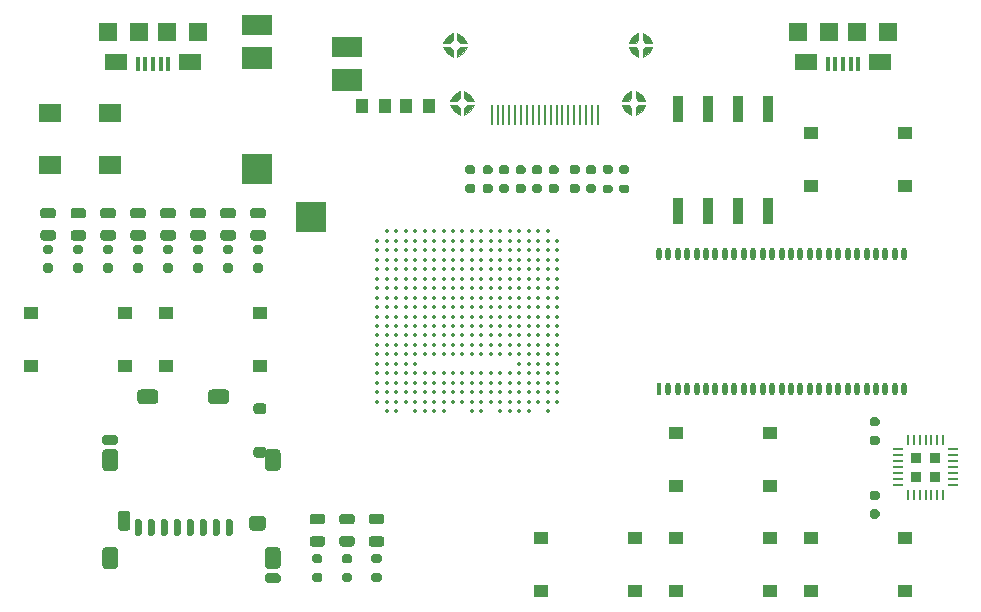
<source format=gtp>
G04 #@! TF.GenerationSoftware,KiCad,Pcbnew,5.1.9+dfsg1-1*
G04 #@! TF.CreationDate,2021-05-23T23:56:54+02:00*
G04 #@! TF.ProjectId,ulx3s,756c7833-732e-46b6-9963-61645f706362,v3.1.1*
G04 #@! TF.SameCoordinates,Original*
G04 #@! TF.FileFunction,Paste,Top*
G04 #@! TF.FilePolarity,Positive*
%FSLAX46Y46*%
G04 Gerber Fmt 4.6, Leading zero omitted, Abs format (unit mm)*
G04 Created by KiCad (PCBNEW 5.1.9+dfsg1-1) date 2021-05-23 23:56:54*
%MOMM*%
%LPD*%
G01*
G04 APERTURE LIST*
%ADD10C,0.100000*%
%ADD11R,0.200000X1.800000*%
%ADD12C,0.350000*%
%ADD13O,0.460000X1.100000*%
%ADD14R,0.460000X1.100000*%
%ADD15R,1.546000X1.646000*%
%ADD16R,0.300000X1.250000*%
%ADD17R,1.646000X1.646000*%
%ADD18R,1.846000X1.346000*%
%ADD19R,1.900000X1.500000*%
%ADD20R,2.546000X1.746000*%
%ADD21R,2.546000X1.946000*%
%ADD22R,2.546000X2.546000*%
%ADD23R,0.920000X2.240000*%
%ADD24R,0.875000X0.875000*%
%ADD25O,0.200000X0.850000*%
%ADD26O,0.850000X0.200000*%
%ADD27R,0.850000X0.200000*%
%ADD28R,1.095000X1.200000*%
%ADD29R,1.296000X1.046000*%
G04 APERTURE END LIST*
D10*
G36*
X137646000Y-64012000D02*
G01*
X137646000Y-63412000D01*
X138146000Y-63712000D01*
X138446000Y-64212000D01*
X137846000Y-64212000D01*
X137646000Y-64012000D01*
G37*
X137646000Y-64012000D02*
X137646000Y-63412000D01*
X138146000Y-63712000D01*
X138446000Y-64212000D01*
X137846000Y-64212000D01*
X137646000Y-64012000D01*
G36*
X136746000Y-63712000D02*
G01*
X137246000Y-63412000D01*
X137246000Y-64012000D01*
X137046000Y-64212000D01*
X136446000Y-64212000D01*
X136746000Y-63712000D01*
G37*
X136746000Y-63712000D02*
X137246000Y-63412000D01*
X137246000Y-64012000D01*
X137046000Y-64212000D01*
X136446000Y-64212000D01*
X136746000Y-63712000D01*
G36*
X136746000Y-65112000D02*
G01*
X136446000Y-64612000D01*
X137046000Y-64612000D01*
X137246000Y-64812000D01*
X137246000Y-65412000D01*
X136746000Y-65112000D01*
G37*
X136746000Y-65112000D02*
X136446000Y-64612000D01*
X137046000Y-64612000D01*
X137246000Y-64812000D01*
X137246000Y-65412000D01*
X136746000Y-65112000D01*
G36*
X137646000Y-64812000D02*
G01*
X137846000Y-64612000D01*
X138446000Y-64612000D01*
X138146000Y-65112000D01*
X137646000Y-65412000D01*
X137646000Y-64812000D01*
G37*
X137646000Y-64812000D02*
X137846000Y-64612000D01*
X138446000Y-64612000D01*
X138146000Y-65112000D01*
X137646000Y-65412000D01*
X137646000Y-64812000D01*
G36*
X137346000Y-68612000D02*
G01*
X137846000Y-68312000D01*
X137846000Y-68912000D01*
X137646000Y-69112000D01*
X137046000Y-69112000D01*
X137346000Y-68612000D01*
G37*
X137346000Y-68612000D02*
X137846000Y-68312000D01*
X137846000Y-68912000D01*
X137646000Y-69112000D01*
X137046000Y-69112000D01*
X137346000Y-68612000D01*
G36*
X138246000Y-68912000D02*
G01*
X138246000Y-68312000D01*
X138746000Y-68612000D01*
X139046000Y-69112000D01*
X138446000Y-69112000D01*
X138246000Y-68912000D01*
G37*
X138246000Y-68912000D02*
X138246000Y-68312000D01*
X138746000Y-68612000D01*
X139046000Y-69112000D01*
X138446000Y-69112000D01*
X138246000Y-68912000D01*
G36*
X138246000Y-69712000D02*
G01*
X138446000Y-69512000D01*
X139046000Y-69512000D01*
X138746000Y-70012000D01*
X138246000Y-70312000D01*
X138246000Y-69712000D01*
G37*
X138246000Y-69712000D02*
X138446000Y-69512000D01*
X139046000Y-69512000D01*
X138746000Y-70012000D01*
X138246000Y-70312000D01*
X138246000Y-69712000D01*
G36*
X137346000Y-70012000D02*
G01*
X137046000Y-69512000D01*
X137646000Y-69512000D01*
X137846000Y-69712000D01*
X137846000Y-70312000D01*
X137346000Y-70012000D01*
G37*
X137346000Y-70012000D02*
X137046000Y-69512000D01*
X137646000Y-69512000D01*
X137846000Y-69712000D01*
X137846000Y-70312000D01*
X137346000Y-70012000D01*
G36*
X151846000Y-70012000D02*
G01*
X151546000Y-69512000D01*
X152146000Y-69512000D01*
X152346000Y-69712000D01*
X152346000Y-70312000D01*
X151846000Y-70012000D01*
G37*
X151846000Y-70012000D02*
X151546000Y-69512000D01*
X152146000Y-69512000D01*
X152346000Y-69712000D01*
X152346000Y-70312000D01*
X151846000Y-70012000D01*
G36*
X152746000Y-69712000D02*
G01*
X152946000Y-69512000D01*
X153546000Y-69512000D01*
X153246000Y-70012000D01*
X152746000Y-70312000D01*
X152746000Y-69712000D01*
G37*
X152746000Y-69712000D02*
X152946000Y-69512000D01*
X153546000Y-69512000D01*
X153246000Y-70012000D01*
X152746000Y-70312000D01*
X152746000Y-69712000D01*
G36*
X151846000Y-68612000D02*
G01*
X152346000Y-68312000D01*
X152346000Y-68912000D01*
X152146000Y-69112000D01*
X151546000Y-69112000D01*
X151846000Y-68612000D01*
G37*
X151846000Y-68612000D02*
X152346000Y-68312000D01*
X152346000Y-68912000D01*
X152146000Y-69112000D01*
X151546000Y-69112000D01*
X151846000Y-68612000D01*
G36*
X152746000Y-68912000D02*
G01*
X152746000Y-68312000D01*
X153246000Y-68612000D01*
X153546000Y-69112000D01*
X152946000Y-69112000D01*
X152746000Y-68912000D01*
G37*
X152746000Y-68912000D02*
X152746000Y-68312000D01*
X153246000Y-68612000D01*
X153546000Y-69112000D01*
X152946000Y-69112000D01*
X152746000Y-68912000D01*
G36*
X152446000Y-65112000D02*
G01*
X152146000Y-64612000D01*
X152746000Y-64612000D01*
X152946000Y-64812000D01*
X152946000Y-65412000D01*
X152446000Y-65112000D01*
G37*
X152446000Y-65112000D02*
X152146000Y-64612000D01*
X152746000Y-64612000D01*
X152946000Y-64812000D01*
X152946000Y-65412000D01*
X152446000Y-65112000D01*
G36*
X153346000Y-64812000D02*
G01*
X153546000Y-64612000D01*
X154146000Y-64612000D01*
X153846000Y-65112000D01*
X153346000Y-65412000D01*
X153346000Y-64812000D01*
G37*
X153346000Y-64812000D02*
X153546000Y-64612000D01*
X154146000Y-64612000D01*
X153846000Y-65112000D01*
X153346000Y-65412000D01*
X153346000Y-64812000D01*
G36*
X152446000Y-63712000D02*
G01*
X152946000Y-63412000D01*
X152946000Y-64012000D01*
X152746000Y-64212000D01*
X152146000Y-64212000D01*
X152446000Y-63712000D01*
G37*
X152446000Y-63712000D02*
X152946000Y-63412000D01*
X152946000Y-64012000D01*
X152746000Y-64212000D01*
X152146000Y-64212000D01*
X152446000Y-63712000D01*
G36*
X153346000Y-64012000D02*
G01*
X153346000Y-63412000D01*
X153846000Y-63712000D01*
X154146000Y-64212000D01*
X153546000Y-64212000D01*
X153346000Y-64012000D01*
G37*
X153346000Y-64012000D02*
X153346000Y-63412000D01*
X153846000Y-63712000D01*
X154146000Y-64212000D01*
X153546000Y-64212000D01*
X153346000Y-64012000D01*
D11*
X149546000Y-70312000D03*
X149046000Y-70312000D03*
X148546000Y-70312000D03*
X148046000Y-70312000D03*
X147546000Y-70312000D03*
X147046000Y-70312000D03*
X146546000Y-70312000D03*
X146046000Y-70312000D03*
X145546000Y-70312000D03*
X145046000Y-70312000D03*
X144546000Y-70312000D03*
X144046000Y-70312000D03*
X143546000Y-70312000D03*
X143046000Y-70312000D03*
X142546000Y-70312000D03*
X142046000Y-70312000D03*
X141546000Y-70312000D03*
X141046000Y-70312000D03*
X140546000Y-70312000D03*
G36*
G01*
X121257000Y-95650000D02*
X120607000Y-95650000D01*
G75*
G02*
X120382000Y-95425000I0J225000D01*
G01*
X120382000Y-94975000D01*
G75*
G02*
X120607000Y-94750000I225000J0D01*
G01*
X121257000Y-94750000D01*
G75*
G02*
X121482000Y-94975000I0J-225000D01*
G01*
X121482000Y-95425000D01*
G75*
G02*
X121257000Y-95650000I-225000J0D01*
G01*
G37*
G36*
G01*
X116844500Y-93575000D02*
X118019500Y-93575000D01*
G75*
G02*
X118332000Y-93887500I0J-312500D01*
G01*
X118332000Y-94512500D01*
G75*
G02*
X118019500Y-94825000I-312500J0D01*
G01*
X116844500Y-94825000D01*
G75*
G02*
X116532000Y-94512500I0J312500D01*
G01*
X116532000Y-93887500D01*
G75*
G02*
X116844500Y-93575000I312500J0D01*
G01*
G37*
G36*
G01*
X110844500Y-93575000D02*
X112019500Y-93575000D01*
G75*
G02*
X112332000Y-93887500I0J-312500D01*
G01*
X112332000Y-94512500D01*
G75*
G02*
X112019500Y-94825000I-312500J0D01*
G01*
X110844500Y-94825000D01*
G75*
G02*
X110532000Y-94512500I0J312500D01*
G01*
X110532000Y-93887500D01*
G75*
G02*
X110844500Y-93575000I312500J0D01*
G01*
G37*
G36*
G01*
X120607000Y-98450000D02*
X121257000Y-98450000D01*
G75*
G02*
X121482000Y-98675000I0J-225000D01*
G01*
X121482000Y-99125000D01*
G75*
G02*
X121257000Y-99350000I-225000J0D01*
G01*
X120607000Y-99350000D01*
G75*
G02*
X120382000Y-99125000I0J225000D01*
G01*
X120382000Y-98675000D01*
G75*
G02*
X120607000Y-98450000I225000J0D01*
G01*
G37*
G36*
G01*
X120319500Y-104275000D02*
X121144500Y-104275000D01*
G75*
G02*
X121457000Y-104587500I0J-312500D01*
G01*
X121457000Y-105212500D01*
G75*
G02*
X121144500Y-105525000I-312500J0D01*
G01*
X120319500Y-105525000D01*
G75*
G02*
X120007000Y-105212500I0J312500D01*
G01*
X120007000Y-104587500D01*
G75*
G02*
X120319500Y-104275000I312500J0D01*
G01*
G37*
G36*
G01*
X109164500Y-103850000D02*
X109699500Y-103850000D01*
G75*
G02*
X109967000Y-104117500I0J-267500D01*
G01*
X109967000Y-105282500D01*
G75*
G02*
X109699500Y-105550000I-267500J0D01*
G01*
X109164500Y-105550000D01*
G75*
G02*
X108897000Y-105282500I0J267500D01*
G01*
X108897000Y-104117500D01*
G75*
G02*
X109164500Y-103850000I267500J0D01*
G01*
G37*
G36*
G01*
X107582000Y-100162500D02*
X107582000Y-98937500D01*
G75*
G02*
X107919500Y-98600000I337500J0D01*
G01*
X108594500Y-98600000D01*
G75*
G02*
X108932000Y-98937500I0J-337500D01*
G01*
X108932000Y-100162500D01*
G75*
G02*
X108594500Y-100500000I-337500J0D01*
G01*
X107919500Y-100500000D01*
G75*
G02*
X107582000Y-100162500I0J337500D01*
G01*
G37*
G36*
G01*
X121332000Y-100162500D02*
X121332000Y-98937500D01*
G75*
G02*
X121669500Y-98600000I337500J0D01*
G01*
X122344500Y-98600000D01*
G75*
G02*
X122682000Y-98937500I0J-337500D01*
G01*
X122682000Y-100162500D01*
G75*
G02*
X122344500Y-100500000I-337500J0D01*
G01*
X121669500Y-100500000D01*
G75*
G02*
X121332000Y-100162500I0J337500D01*
G01*
G37*
G36*
G01*
X121332000Y-108462500D02*
X121332000Y-107237500D01*
G75*
G02*
X121669500Y-106900000I337500J0D01*
G01*
X122344500Y-106900000D01*
G75*
G02*
X122682000Y-107237500I0J-337500D01*
G01*
X122682000Y-108462500D01*
G75*
G02*
X122344500Y-108800000I-337500J0D01*
G01*
X121669500Y-108800000D01*
G75*
G02*
X121332000Y-108462500I0J337500D01*
G01*
G37*
G36*
G01*
X107582000Y-108462500D02*
X107582000Y-107237500D01*
G75*
G02*
X107919500Y-106900000I337500J0D01*
G01*
X108594500Y-106900000D01*
G75*
G02*
X108932000Y-107237500I0J-337500D01*
G01*
X108932000Y-108462500D01*
G75*
G02*
X108594500Y-108800000I-337500J0D01*
G01*
X107919500Y-108800000D01*
G75*
G02*
X107582000Y-108462500I0J337500D01*
G01*
G37*
G36*
G01*
X108732000Y-98250000D02*
X107782000Y-98250000D01*
G75*
G02*
X107582000Y-98050000I0J200000D01*
G01*
X107582000Y-97650000D01*
G75*
G02*
X107782000Y-97450000I200000J0D01*
G01*
X108732000Y-97450000D01*
G75*
G02*
X108932000Y-97650000I0J-200000D01*
G01*
X108932000Y-98050000D01*
G75*
G02*
X108732000Y-98250000I-200000J0D01*
G01*
G37*
G36*
G01*
X121332000Y-109750000D02*
X121332000Y-109350000D01*
G75*
G02*
X121532000Y-109150000I200000J0D01*
G01*
X122482000Y-109150000D01*
G75*
G02*
X122682000Y-109350000I0J-200000D01*
G01*
X122682000Y-109750000D01*
G75*
G02*
X122482000Y-109950000I-200000J0D01*
G01*
X121532000Y-109950000D01*
G75*
G02*
X121332000Y-109750000I0J200000D01*
G01*
G37*
G36*
G01*
X110332000Y-105800000D02*
X110332000Y-104700000D01*
G75*
G02*
X110482000Y-104550000I150000J0D01*
G01*
X110782000Y-104550000D01*
G75*
G02*
X110932000Y-104700000I0J-150000D01*
G01*
X110932000Y-105800000D01*
G75*
G02*
X110782000Y-105950000I-150000J0D01*
G01*
X110482000Y-105950000D01*
G75*
G02*
X110332000Y-105800000I0J150000D01*
G01*
G37*
G36*
G01*
X111432000Y-105800000D02*
X111432000Y-104700000D01*
G75*
G02*
X111582000Y-104550000I150000J0D01*
G01*
X111882000Y-104550000D01*
G75*
G02*
X112032000Y-104700000I0J-150000D01*
G01*
X112032000Y-105800000D01*
G75*
G02*
X111882000Y-105950000I-150000J0D01*
G01*
X111582000Y-105950000D01*
G75*
G02*
X111432000Y-105800000I0J150000D01*
G01*
G37*
G36*
G01*
X112532000Y-105800000D02*
X112532000Y-104700000D01*
G75*
G02*
X112682000Y-104550000I150000J0D01*
G01*
X112982000Y-104550000D01*
G75*
G02*
X113132000Y-104700000I0J-150000D01*
G01*
X113132000Y-105800000D01*
G75*
G02*
X112982000Y-105950000I-150000J0D01*
G01*
X112682000Y-105950000D01*
G75*
G02*
X112532000Y-105800000I0J150000D01*
G01*
G37*
G36*
G01*
X113632000Y-105800000D02*
X113632000Y-104700000D01*
G75*
G02*
X113782000Y-104550000I150000J0D01*
G01*
X114082000Y-104550000D01*
G75*
G02*
X114232000Y-104700000I0J-150000D01*
G01*
X114232000Y-105800000D01*
G75*
G02*
X114082000Y-105950000I-150000J0D01*
G01*
X113782000Y-105950000D01*
G75*
G02*
X113632000Y-105800000I0J150000D01*
G01*
G37*
G36*
G01*
X114732000Y-105800000D02*
X114732000Y-104700000D01*
G75*
G02*
X114882000Y-104550000I150000J0D01*
G01*
X115182000Y-104550000D01*
G75*
G02*
X115332000Y-104700000I0J-150000D01*
G01*
X115332000Y-105800000D01*
G75*
G02*
X115182000Y-105950000I-150000J0D01*
G01*
X114882000Y-105950000D01*
G75*
G02*
X114732000Y-105800000I0J150000D01*
G01*
G37*
G36*
G01*
X115832000Y-105800000D02*
X115832000Y-104700000D01*
G75*
G02*
X115982000Y-104550000I150000J0D01*
G01*
X116282000Y-104550000D01*
G75*
G02*
X116432000Y-104700000I0J-150000D01*
G01*
X116432000Y-105800000D01*
G75*
G02*
X116282000Y-105950000I-150000J0D01*
G01*
X115982000Y-105950000D01*
G75*
G02*
X115832000Y-105800000I0J150000D01*
G01*
G37*
G36*
G01*
X116932000Y-105800000D02*
X116932000Y-104700000D01*
G75*
G02*
X117082000Y-104550000I150000J0D01*
G01*
X117382000Y-104550000D01*
G75*
G02*
X117532000Y-104700000I0J-150000D01*
G01*
X117532000Y-105800000D01*
G75*
G02*
X117382000Y-105950000I-150000J0D01*
G01*
X117082000Y-105950000D01*
G75*
G02*
X116932000Y-105800000I0J150000D01*
G01*
G37*
G36*
G01*
X118032000Y-105800000D02*
X118032000Y-104700000D01*
G75*
G02*
X118182000Y-104550000I150000J0D01*
G01*
X118482000Y-104550000D01*
G75*
G02*
X118632000Y-104700000I0J-150000D01*
G01*
X118632000Y-105800000D01*
G75*
G02*
X118482000Y-105950000I-150000J0D01*
G01*
X118182000Y-105950000D01*
G75*
G02*
X118032000Y-105800000I0J150000D01*
G01*
G37*
D12*
X145280000Y-95400000D03*
X143680000Y-95400000D03*
X142880000Y-95400000D03*
X142080000Y-95400000D03*
X141280000Y-95400000D03*
X139680000Y-95400000D03*
X138880000Y-95400000D03*
X136480000Y-95400000D03*
X135680000Y-95400000D03*
X134880000Y-95400000D03*
X134080000Y-95400000D03*
X132480000Y-95400000D03*
X131680000Y-95400000D03*
X146080000Y-94600000D03*
X145280000Y-94600000D03*
X144480000Y-94600000D03*
X143680000Y-94600000D03*
X142880000Y-94600000D03*
X142080000Y-94600000D03*
X141280000Y-94600000D03*
X140480000Y-94600000D03*
X139680000Y-94600000D03*
X138880000Y-94600000D03*
X138080000Y-94600000D03*
X137280000Y-94600000D03*
X136480000Y-94600000D03*
X135680000Y-94600000D03*
X134880000Y-94600000D03*
X134080000Y-94600000D03*
X133280000Y-94600000D03*
X132480000Y-94600000D03*
X131680000Y-94600000D03*
X130880000Y-94600000D03*
X146080000Y-93800000D03*
X145280000Y-93800000D03*
X144480000Y-93800000D03*
X143680000Y-93800000D03*
X142880000Y-93800000D03*
X142080000Y-93800000D03*
X141280000Y-93800000D03*
X140480000Y-93800000D03*
X139680000Y-93800000D03*
X138880000Y-93800000D03*
X138080000Y-93800000D03*
X137280000Y-93800000D03*
X136480000Y-93800000D03*
X135680000Y-93800000D03*
X134880000Y-93800000D03*
X134080000Y-93800000D03*
X133280000Y-93800000D03*
X132480000Y-93800000D03*
X131680000Y-93800000D03*
X130880000Y-93800000D03*
X146080000Y-93000000D03*
X145280000Y-93000000D03*
X144480000Y-93000000D03*
X143680000Y-93000000D03*
X142880000Y-93000000D03*
X142080000Y-93000000D03*
X141280000Y-93000000D03*
X140480000Y-93000000D03*
X139680000Y-93000000D03*
X138880000Y-93000000D03*
X138080000Y-93000000D03*
X137280000Y-93000000D03*
X136480000Y-93000000D03*
X135680000Y-93000000D03*
X134880000Y-93000000D03*
X134080000Y-93000000D03*
X133280000Y-93000000D03*
X132480000Y-93000000D03*
X131680000Y-93000000D03*
X130880000Y-93000000D03*
X146080000Y-92200000D03*
X145280000Y-92200000D03*
X144480000Y-92200000D03*
X143680000Y-92200000D03*
X142880000Y-92200000D03*
X142080000Y-92200000D03*
X141280000Y-92200000D03*
X140480000Y-92200000D03*
X139680000Y-92200000D03*
X138880000Y-92200000D03*
X138080000Y-92200000D03*
X137280000Y-92200000D03*
X136480000Y-92200000D03*
X135680000Y-92200000D03*
X134880000Y-92200000D03*
X134080000Y-92200000D03*
X133280000Y-92200000D03*
X132480000Y-92200000D03*
X131680000Y-92200000D03*
X130880000Y-92200000D03*
X146080000Y-91400000D03*
X145280000Y-91400000D03*
X144480000Y-91400000D03*
X143680000Y-91400000D03*
X142880000Y-91400000D03*
X134080000Y-91400000D03*
X133280000Y-91400000D03*
X132480000Y-91400000D03*
X131680000Y-91400000D03*
X130880000Y-91400000D03*
X146080000Y-90600000D03*
X145280000Y-90600000D03*
X144480000Y-90600000D03*
X143680000Y-90600000D03*
X142880000Y-90600000D03*
X142080000Y-90600000D03*
X141280000Y-90600000D03*
X140480000Y-90600000D03*
X139680000Y-90600000D03*
X138880000Y-90600000D03*
X138080000Y-90600000D03*
X137280000Y-90600000D03*
X136480000Y-90600000D03*
X135680000Y-90600000D03*
X134880000Y-90600000D03*
X134080000Y-90600000D03*
X133280000Y-90600000D03*
X132480000Y-90600000D03*
X131680000Y-90600000D03*
X130880000Y-90600000D03*
X146080000Y-89800000D03*
X145280000Y-89800000D03*
X144480000Y-89800000D03*
X143680000Y-89800000D03*
X142880000Y-89800000D03*
X142080000Y-89800000D03*
X141280000Y-89800000D03*
X140480000Y-89800000D03*
X139680000Y-89800000D03*
X138880000Y-89800000D03*
X138080000Y-89800000D03*
X137280000Y-89800000D03*
X136480000Y-89800000D03*
X135680000Y-89800000D03*
X134880000Y-89800000D03*
X134080000Y-89800000D03*
X133280000Y-89800000D03*
X132480000Y-89800000D03*
X131680000Y-89800000D03*
X130880000Y-89800000D03*
X146080000Y-89000000D03*
X145280000Y-89000000D03*
X144480000Y-89000000D03*
X143680000Y-89000000D03*
X142880000Y-89000000D03*
X142080000Y-89000000D03*
X141280000Y-89000000D03*
X140480000Y-89000000D03*
X139680000Y-89000000D03*
X138880000Y-89000000D03*
X138080000Y-89000000D03*
X137280000Y-89000000D03*
X136480000Y-89000000D03*
X135680000Y-89000000D03*
X134880000Y-89000000D03*
X134080000Y-89000000D03*
X133280000Y-89000000D03*
X132480000Y-89000000D03*
X131680000Y-89000000D03*
X130880000Y-89000000D03*
X146080000Y-88200000D03*
X145280000Y-88200000D03*
X144480000Y-88200000D03*
X143680000Y-88200000D03*
X142880000Y-88200000D03*
X142080000Y-88200000D03*
X141280000Y-88200000D03*
X140480000Y-88200000D03*
X139680000Y-88200000D03*
X138880000Y-88200000D03*
X138080000Y-88200000D03*
X137280000Y-88200000D03*
X136480000Y-88200000D03*
X135680000Y-88200000D03*
X134880000Y-88200000D03*
X134080000Y-88200000D03*
X133280000Y-88200000D03*
X132480000Y-88200000D03*
X131680000Y-88200000D03*
X130880000Y-88200000D03*
X146080000Y-87400000D03*
X145280000Y-87400000D03*
X144480000Y-87400000D03*
X143680000Y-87400000D03*
X142880000Y-87400000D03*
X142080000Y-87400000D03*
X141280000Y-87400000D03*
X140480000Y-87400000D03*
X139680000Y-87400000D03*
X138880000Y-87400000D03*
X138080000Y-87400000D03*
X137280000Y-87400000D03*
X136480000Y-87400000D03*
X135680000Y-87400000D03*
X134880000Y-87400000D03*
X134080000Y-87400000D03*
X133280000Y-87400000D03*
X132480000Y-87400000D03*
X131680000Y-87400000D03*
X130880000Y-87400000D03*
X146080000Y-86600000D03*
X145280000Y-86600000D03*
X144480000Y-86600000D03*
X143680000Y-86600000D03*
X142880000Y-86600000D03*
X142080000Y-86600000D03*
X141280000Y-86600000D03*
X140480000Y-86600000D03*
X139680000Y-86600000D03*
X138880000Y-86600000D03*
X138080000Y-86600000D03*
X137280000Y-86600000D03*
X136480000Y-86600000D03*
X135680000Y-86600000D03*
X134880000Y-86600000D03*
X134080000Y-86600000D03*
X133280000Y-86600000D03*
X132480000Y-86600000D03*
X131680000Y-86600000D03*
X130880000Y-86600000D03*
X146080000Y-85800000D03*
X145280000Y-85800000D03*
X144480000Y-85800000D03*
X143680000Y-85800000D03*
X142880000Y-85800000D03*
X142080000Y-85800000D03*
X141280000Y-85800000D03*
X140480000Y-85800000D03*
X139680000Y-85800000D03*
X138880000Y-85800000D03*
X138080000Y-85800000D03*
X137280000Y-85800000D03*
X136480000Y-85800000D03*
X135680000Y-85800000D03*
X134880000Y-85800000D03*
X134080000Y-85800000D03*
X133280000Y-85800000D03*
X132480000Y-85800000D03*
X131680000Y-85800000D03*
X130880000Y-85800000D03*
X146080000Y-85000000D03*
X145280000Y-85000000D03*
X144480000Y-85000000D03*
X143680000Y-85000000D03*
X142880000Y-85000000D03*
X142080000Y-85000000D03*
X141280000Y-85000000D03*
X140480000Y-85000000D03*
X139680000Y-85000000D03*
X138880000Y-85000000D03*
X138080000Y-85000000D03*
X137280000Y-85000000D03*
X136480000Y-85000000D03*
X135680000Y-85000000D03*
X134880000Y-85000000D03*
X134080000Y-85000000D03*
X133280000Y-85000000D03*
X132480000Y-85000000D03*
X131680000Y-85000000D03*
X130880000Y-85000000D03*
X146080000Y-84200000D03*
X145280000Y-84200000D03*
X144480000Y-84200000D03*
X143680000Y-84200000D03*
X142880000Y-84200000D03*
X142080000Y-84200000D03*
X141280000Y-84200000D03*
X140480000Y-84200000D03*
X139680000Y-84200000D03*
X138880000Y-84200000D03*
X138080000Y-84200000D03*
X137280000Y-84200000D03*
X136480000Y-84200000D03*
X135680000Y-84200000D03*
X134880000Y-84200000D03*
X134080000Y-84200000D03*
X133280000Y-84200000D03*
X132480000Y-84200000D03*
X131680000Y-84200000D03*
X130880000Y-84200000D03*
X146080000Y-83400000D03*
X145280000Y-83400000D03*
X144480000Y-83400000D03*
X143680000Y-83400000D03*
X142880000Y-83400000D03*
X142080000Y-83400000D03*
X141280000Y-83400000D03*
X140480000Y-83400000D03*
X139680000Y-83400000D03*
X138880000Y-83400000D03*
X138080000Y-83400000D03*
X137280000Y-83400000D03*
X136480000Y-83400000D03*
X135680000Y-83400000D03*
X134880000Y-83400000D03*
X134080000Y-83400000D03*
X133280000Y-83400000D03*
X132480000Y-83400000D03*
X131680000Y-83400000D03*
X130880000Y-83400000D03*
X146080000Y-82600000D03*
X145280000Y-82600000D03*
X144480000Y-82600000D03*
X143680000Y-82600000D03*
X142880000Y-82600000D03*
X142080000Y-82600000D03*
X141280000Y-82600000D03*
X140480000Y-82600000D03*
X139680000Y-82600000D03*
X138880000Y-82600000D03*
X138080000Y-82600000D03*
X137280000Y-82600000D03*
X136480000Y-82600000D03*
X135680000Y-82600000D03*
X134880000Y-82600000D03*
X134080000Y-82600000D03*
X133280000Y-82600000D03*
X132480000Y-82600000D03*
X131680000Y-82600000D03*
X130880000Y-82600000D03*
X146080000Y-81800000D03*
X145280000Y-81800000D03*
X144480000Y-81800000D03*
X143680000Y-81800000D03*
X142880000Y-81800000D03*
X142080000Y-81800000D03*
X141280000Y-81800000D03*
X140480000Y-81800000D03*
X139680000Y-81800000D03*
X138880000Y-81800000D03*
X138080000Y-81800000D03*
X137280000Y-81800000D03*
X136480000Y-81800000D03*
X135680000Y-81800000D03*
X134880000Y-81800000D03*
X134080000Y-81800000D03*
X133280000Y-81800000D03*
X132480000Y-81800000D03*
X131680000Y-81800000D03*
X130880000Y-81800000D03*
X146080000Y-81000000D03*
X145280000Y-81000000D03*
X144480000Y-81000000D03*
X143680000Y-81000000D03*
X142880000Y-81000000D03*
X142080000Y-81000000D03*
X141280000Y-81000000D03*
X140480000Y-81000000D03*
X139680000Y-81000000D03*
X138880000Y-81000000D03*
X138080000Y-81000000D03*
X137280000Y-81000000D03*
X136480000Y-81000000D03*
X135680000Y-81000000D03*
X134880000Y-81000000D03*
X134080000Y-81000000D03*
X133280000Y-81000000D03*
X132480000Y-81000000D03*
X131680000Y-81000000D03*
X130880000Y-81000000D03*
X145280000Y-80200000D03*
X144480000Y-80200000D03*
X143680000Y-80200000D03*
X142880000Y-80200000D03*
X142080000Y-80200000D03*
X141280000Y-80200000D03*
X140480000Y-80200000D03*
X139680000Y-80200000D03*
X138880000Y-80200000D03*
X138080000Y-80200000D03*
X137280000Y-80200000D03*
X136480000Y-80200000D03*
X135680000Y-80200000D03*
X134880000Y-80200000D03*
X134080000Y-80200000D03*
X133280000Y-80200000D03*
X132480000Y-80200000D03*
X131680000Y-80200000D03*
D13*
X175493000Y-82070000D03*
D14*
X154693000Y-93530000D03*
D13*
X155493000Y-93530000D03*
X156293000Y-93530000D03*
X157093000Y-93530000D03*
X157893000Y-93530000D03*
X158693000Y-93530000D03*
X159493000Y-93530000D03*
X160293000Y-93530000D03*
X161093000Y-93530000D03*
X161893000Y-93530000D03*
X162693000Y-93530000D03*
X163493000Y-93530000D03*
X164293000Y-93530000D03*
X165093000Y-93530000D03*
X165893000Y-93530000D03*
X166693000Y-93530000D03*
X167493000Y-93530000D03*
X168293000Y-93530000D03*
X169093000Y-93530000D03*
X169893000Y-93530000D03*
X170693000Y-93530000D03*
X171493000Y-93530000D03*
X172293000Y-93530000D03*
X173093000Y-93530000D03*
X173893000Y-93530000D03*
X174693000Y-93530000D03*
X175493000Y-93530000D03*
X174693000Y-82070000D03*
X173893000Y-82070000D03*
X173093000Y-82070000D03*
X172293000Y-82070000D03*
X171493000Y-82070000D03*
X170693000Y-82070000D03*
X169893000Y-82070000D03*
X169093000Y-82070000D03*
X168293000Y-82070000D03*
X167493000Y-82070000D03*
X166693000Y-82070000D03*
X165893000Y-82070000D03*
X165093000Y-82070000D03*
X164293000Y-82070000D03*
X163493000Y-82070000D03*
X162693000Y-82070000D03*
X161893000Y-82070000D03*
X161093000Y-82070000D03*
X160293000Y-82070000D03*
X159493000Y-82070000D03*
X158693000Y-82070000D03*
X157893000Y-82070000D03*
X157093000Y-82070000D03*
X156293000Y-82070000D03*
X155493000Y-82070000D03*
X154693000Y-82070000D03*
D15*
X166500000Y-63325000D03*
X174100000Y-63325000D03*
D16*
X169000000Y-66000000D03*
X169650000Y-66000000D03*
X170300000Y-66000000D03*
X170950000Y-66000000D03*
X171600000Y-66000000D03*
D17*
X169100000Y-63325000D03*
X171500000Y-63325000D03*
D18*
X167200000Y-65875000D03*
X173400000Y-65875000D03*
D15*
X108080000Y-63325000D03*
X115680000Y-63325000D03*
D16*
X110580000Y-66000000D03*
X111230000Y-66000000D03*
X111880000Y-66000000D03*
X112530000Y-66000000D03*
X113180000Y-66000000D03*
D17*
X110680000Y-63325000D03*
X113080000Y-63325000D03*
D18*
X108780000Y-65875000D03*
X114980000Y-65875000D03*
D19*
X108212000Y-70160000D03*
X103132000Y-70160000D03*
X103132000Y-74560000D03*
X108212000Y-74560000D03*
D20*
X120668000Y-62700000D03*
D21*
X120668000Y-65500000D03*
D22*
X120668000Y-74900000D03*
X125218000Y-79000000D03*
D21*
X128268000Y-67400000D03*
D20*
X128268000Y-64600000D03*
D23*
X156330000Y-69815000D03*
X163950000Y-78425000D03*
X158870000Y-69815000D03*
X161410000Y-78425000D03*
X161410000Y-69815000D03*
X158870000Y-78425000D03*
X163950000Y-69815000D03*
X156330000Y-78425000D03*
D24*
X178097500Y-100967500D03*
X178097500Y-99342500D03*
X176472500Y-100967500D03*
X176472500Y-99342500D03*
D25*
X178785000Y-102495000D03*
X178285000Y-102495000D03*
X177785000Y-102495000D03*
X177285000Y-102495000D03*
X176785000Y-102495000D03*
X176285000Y-102495000D03*
X175785000Y-102495000D03*
D26*
X174945000Y-101655000D03*
X174945000Y-101155000D03*
X174945000Y-100655000D03*
X174945000Y-100155000D03*
X174945000Y-99655000D03*
X174945000Y-99155000D03*
X174945000Y-98655000D03*
D25*
X175785000Y-97815000D03*
X176285000Y-97815000D03*
X176785000Y-97815000D03*
X177285000Y-97815000D03*
X177785000Y-97815000D03*
X178285000Y-97815000D03*
X178785000Y-97815000D03*
D26*
X179625000Y-98655000D03*
X179625000Y-99155000D03*
X179625000Y-99655000D03*
X179625000Y-100155000D03*
X179625000Y-100655000D03*
X179625000Y-101155000D03*
D27*
X179625000Y-101655000D03*
G36*
G01*
X149195250Y-75371000D02*
X148732750Y-75371000D01*
G75*
G02*
X148539000Y-75177250I0J193750D01*
G01*
X148539000Y-74789750D01*
G75*
G02*
X148732750Y-74596000I193750J0D01*
G01*
X149195250Y-74596000D01*
G75*
G02*
X149389000Y-74789750I0J-193750D01*
G01*
X149389000Y-75177250D01*
G75*
G02*
X149195250Y-75371000I-193750J0D01*
G01*
G37*
G36*
G01*
X149195250Y-76946000D02*
X148732750Y-76946000D01*
G75*
G02*
X148539000Y-76752250I0J193750D01*
G01*
X148539000Y-76364750D01*
G75*
G02*
X148732750Y-76171000I193750J0D01*
G01*
X149195250Y-76171000D01*
G75*
G02*
X149389000Y-76364750I0J-193750D01*
G01*
X149389000Y-76752250D01*
G75*
G02*
X149195250Y-76946000I-193750J0D01*
G01*
G37*
G36*
G01*
X147798250Y-75359000D02*
X147335750Y-75359000D01*
G75*
G02*
X147142000Y-75165250I0J193750D01*
G01*
X147142000Y-74777750D01*
G75*
G02*
X147335750Y-74584000I193750J0D01*
G01*
X147798250Y-74584000D01*
G75*
G02*
X147992000Y-74777750I0J-193750D01*
G01*
X147992000Y-75165250D01*
G75*
G02*
X147798250Y-75359000I-193750J0D01*
G01*
G37*
G36*
G01*
X147798250Y-76934000D02*
X147335750Y-76934000D01*
G75*
G02*
X147142000Y-76740250I0J193750D01*
G01*
X147142000Y-76352750D01*
G75*
G02*
X147335750Y-76159000I193750J0D01*
G01*
X147798250Y-76159000D01*
G75*
G02*
X147992000Y-76352750I0J-193750D01*
G01*
X147992000Y-76740250D01*
G75*
G02*
X147798250Y-76934000I-193750J0D01*
G01*
G37*
G36*
G01*
X146020250Y-75371000D02*
X145557750Y-75371000D01*
G75*
G02*
X145364000Y-75177250I0J193750D01*
G01*
X145364000Y-74789750D01*
G75*
G02*
X145557750Y-74596000I193750J0D01*
G01*
X146020250Y-74596000D01*
G75*
G02*
X146214000Y-74789750I0J-193750D01*
G01*
X146214000Y-75177250D01*
G75*
G02*
X146020250Y-75371000I-193750J0D01*
G01*
G37*
G36*
G01*
X146020250Y-76946000D02*
X145557750Y-76946000D01*
G75*
G02*
X145364000Y-76752250I0J193750D01*
G01*
X145364000Y-76364750D01*
G75*
G02*
X145557750Y-76171000I193750J0D01*
G01*
X146020250Y-76171000D01*
G75*
G02*
X146214000Y-76364750I0J-193750D01*
G01*
X146214000Y-76752250D01*
G75*
G02*
X146020250Y-76946000I-193750J0D01*
G01*
G37*
G36*
G01*
X144623250Y-75371000D02*
X144160750Y-75371000D01*
G75*
G02*
X143967000Y-75177250I0J193750D01*
G01*
X143967000Y-74789750D01*
G75*
G02*
X144160750Y-74596000I193750J0D01*
G01*
X144623250Y-74596000D01*
G75*
G02*
X144817000Y-74789750I0J-193750D01*
G01*
X144817000Y-75177250D01*
G75*
G02*
X144623250Y-75371000I-193750J0D01*
G01*
G37*
G36*
G01*
X144623250Y-76946000D02*
X144160750Y-76946000D01*
G75*
G02*
X143967000Y-76752250I0J193750D01*
G01*
X143967000Y-76364750D01*
G75*
G02*
X144160750Y-76171000I193750J0D01*
G01*
X144623250Y-76171000D01*
G75*
G02*
X144817000Y-76364750I0J-193750D01*
G01*
X144817000Y-76752250D01*
G75*
G02*
X144623250Y-76946000I-193750J0D01*
G01*
G37*
G36*
G01*
X143226250Y-75371000D02*
X142763750Y-75371000D01*
G75*
G02*
X142570000Y-75177250I0J193750D01*
G01*
X142570000Y-74789750D01*
G75*
G02*
X142763750Y-74596000I193750J0D01*
G01*
X143226250Y-74596000D01*
G75*
G02*
X143420000Y-74789750I0J-193750D01*
G01*
X143420000Y-75177250D01*
G75*
G02*
X143226250Y-75371000I-193750J0D01*
G01*
G37*
G36*
G01*
X143226250Y-76946000D02*
X142763750Y-76946000D01*
G75*
G02*
X142570000Y-76752250I0J193750D01*
G01*
X142570000Y-76364750D01*
G75*
G02*
X142763750Y-76171000I193750J0D01*
G01*
X143226250Y-76171000D01*
G75*
G02*
X143420000Y-76364750I0J-193750D01*
G01*
X143420000Y-76752250D01*
G75*
G02*
X143226250Y-76946000I-193750J0D01*
G01*
G37*
G36*
G01*
X141829250Y-75371000D02*
X141366750Y-75371000D01*
G75*
G02*
X141173000Y-75177250I0J193750D01*
G01*
X141173000Y-74789750D01*
G75*
G02*
X141366750Y-74596000I193750J0D01*
G01*
X141829250Y-74596000D01*
G75*
G02*
X142023000Y-74789750I0J-193750D01*
G01*
X142023000Y-75177250D01*
G75*
G02*
X141829250Y-75371000I-193750J0D01*
G01*
G37*
G36*
G01*
X141829250Y-76946000D02*
X141366750Y-76946000D01*
G75*
G02*
X141173000Y-76752250I0J193750D01*
G01*
X141173000Y-76364750D01*
G75*
G02*
X141366750Y-76171000I193750J0D01*
G01*
X141829250Y-76171000D01*
G75*
G02*
X142023000Y-76364750I0J-193750D01*
G01*
X142023000Y-76752250D01*
G75*
G02*
X141829250Y-76946000I-193750J0D01*
G01*
G37*
G36*
G01*
X140432250Y-75371000D02*
X139969750Y-75371000D01*
G75*
G02*
X139776000Y-75177250I0J193750D01*
G01*
X139776000Y-74789750D01*
G75*
G02*
X139969750Y-74596000I193750J0D01*
G01*
X140432250Y-74596000D01*
G75*
G02*
X140626000Y-74789750I0J-193750D01*
G01*
X140626000Y-75177250D01*
G75*
G02*
X140432250Y-75371000I-193750J0D01*
G01*
G37*
G36*
G01*
X140432250Y-76946000D02*
X139969750Y-76946000D01*
G75*
G02*
X139776000Y-76752250I0J193750D01*
G01*
X139776000Y-76364750D01*
G75*
G02*
X139969750Y-76171000I193750J0D01*
G01*
X140432250Y-76171000D01*
G75*
G02*
X140626000Y-76364750I0J-193750D01*
G01*
X140626000Y-76752250D01*
G75*
G02*
X140432250Y-76946000I-193750J0D01*
G01*
G37*
G36*
G01*
X138974050Y-75363600D02*
X138511550Y-75363600D01*
G75*
G02*
X138317800Y-75169850I0J193750D01*
G01*
X138317800Y-74782350D01*
G75*
G02*
X138511550Y-74588600I193750J0D01*
G01*
X138974050Y-74588600D01*
G75*
G02*
X139167800Y-74782350I0J-193750D01*
G01*
X139167800Y-75169850D01*
G75*
G02*
X138974050Y-75363600I-193750J0D01*
G01*
G37*
G36*
G01*
X138974050Y-76938600D02*
X138511550Y-76938600D01*
G75*
G02*
X138317800Y-76744850I0J193750D01*
G01*
X138317800Y-76357350D01*
G75*
G02*
X138511550Y-76163600I193750J0D01*
G01*
X138974050Y-76163600D01*
G75*
G02*
X139167800Y-76357350I0J-193750D01*
G01*
X139167800Y-76744850D01*
G75*
G02*
X138974050Y-76938600I-193750J0D01*
G01*
G37*
G36*
G01*
X131031250Y-108300000D02*
X130568750Y-108300000D01*
G75*
G02*
X130375000Y-108106250I0J193750D01*
G01*
X130375000Y-107718750D01*
G75*
G02*
X130568750Y-107525000I193750J0D01*
G01*
X131031250Y-107525000D01*
G75*
G02*
X131225000Y-107718750I0J-193750D01*
G01*
X131225000Y-108106250D01*
G75*
G02*
X131031250Y-108300000I-193750J0D01*
G01*
G37*
G36*
G01*
X131031250Y-109875000D02*
X130568750Y-109875000D01*
G75*
G02*
X130375000Y-109681250I0J193750D01*
G01*
X130375000Y-109293750D01*
G75*
G02*
X130568750Y-109100000I193750J0D01*
G01*
X131031250Y-109100000D01*
G75*
G02*
X131225000Y-109293750I0J-193750D01*
G01*
X131225000Y-109681250D01*
G75*
G02*
X131031250Y-109875000I-193750J0D01*
G01*
G37*
G36*
G01*
X128068750Y-109100000D02*
X128531250Y-109100000D01*
G75*
G02*
X128725000Y-109293750I0J-193750D01*
G01*
X128725000Y-109681250D01*
G75*
G02*
X128531250Y-109875000I-193750J0D01*
G01*
X128068750Y-109875000D01*
G75*
G02*
X127875000Y-109681250I0J193750D01*
G01*
X127875000Y-109293750D01*
G75*
G02*
X128068750Y-109100000I193750J0D01*
G01*
G37*
G36*
G01*
X128068750Y-107525000D02*
X128531250Y-107525000D01*
G75*
G02*
X128725000Y-107718750I0J-193750D01*
G01*
X128725000Y-108106250D01*
G75*
G02*
X128531250Y-108300000I-193750J0D01*
G01*
X128068750Y-108300000D01*
G75*
G02*
X127875000Y-108106250I0J193750D01*
G01*
X127875000Y-107718750D01*
G75*
G02*
X128068750Y-107525000I193750J0D01*
G01*
G37*
G36*
G01*
X125568750Y-109100000D02*
X126031250Y-109100000D01*
G75*
G02*
X126225000Y-109293750I0J-193750D01*
G01*
X126225000Y-109681250D01*
G75*
G02*
X126031250Y-109875000I-193750J0D01*
G01*
X125568750Y-109875000D01*
G75*
G02*
X125375000Y-109681250I0J193750D01*
G01*
X125375000Y-109293750D01*
G75*
G02*
X125568750Y-109100000I193750J0D01*
G01*
G37*
G36*
G01*
X125568750Y-107525000D02*
X126031250Y-107525000D01*
G75*
G02*
X126225000Y-107718750I0J-193750D01*
G01*
X126225000Y-108106250D01*
G75*
G02*
X126031250Y-108300000I-193750J0D01*
G01*
X125568750Y-108300000D01*
G75*
G02*
X125375000Y-108106250I0J193750D01*
G01*
X125375000Y-107718750D01*
G75*
G02*
X125568750Y-107525000I193750J0D01*
G01*
G37*
G36*
G01*
X131231250Y-105000000D02*
X130368750Y-105000000D01*
G75*
G02*
X130150000Y-104781250I0J218750D01*
G01*
X130150000Y-104343750D01*
G75*
G02*
X130368750Y-104125000I218750J0D01*
G01*
X131231250Y-104125000D01*
G75*
G02*
X131450000Y-104343750I0J-218750D01*
G01*
X131450000Y-104781250D01*
G75*
G02*
X131231250Y-105000000I-218750J0D01*
G01*
G37*
G36*
G01*
X131231250Y-106875000D02*
X130368750Y-106875000D01*
G75*
G02*
X130150000Y-106656250I0J218750D01*
G01*
X130150000Y-106218750D01*
G75*
G02*
X130368750Y-106000000I218750J0D01*
G01*
X131231250Y-106000000D01*
G75*
G02*
X131450000Y-106218750I0J-218750D01*
G01*
X131450000Y-106656250D01*
G75*
G02*
X131231250Y-106875000I-218750J0D01*
G01*
G37*
G36*
G01*
X128731250Y-105000000D02*
X127868750Y-105000000D01*
G75*
G02*
X127650000Y-104781250I0J218750D01*
G01*
X127650000Y-104343750D01*
G75*
G02*
X127868750Y-104125000I218750J0D01*
G01*
X128731250Y-104125000D01*
G75*
G02*
X128950000Y-104343750I0J-218750D01*
G01*
X128950000Y-104781250D01*
G75*
G02*
X128731250Y-105000000I-218750J0D01*
G01*
G37*
G36*
G01*
X128731250Y-106875000D02*
X127868750Y-106875000D01*
G75*
G02*
X127650000Y-106656250I0J218750D01*
G01*
X127650000Y-106218750D01*
G75*
G02*
X127868750Y-106000000I218750J0D01*
G01*
X128731250Y-106000000D01*
G75*
G02*
X128950000Y-106218750I0J-218750D01*
G01*
X128950000Y-106656250D01*
G75*
G02*
X128731250Y-106875000I-218750J0D01*
G01*
G37*
G36*
G01*
X125368750Y-106000000D02*
X126231250Y-106000000D01*
G75*
G02*
X126450000Y-106218750I0J-218750D01*
G01*
X126450000Y-106656250D01*
G75*
G02*
X126231250Y-106875000I-218750J0D01*
G01*
X125368750Y-106875000D01*
G75*
G02*
X125150000Y-106656250I0J218750D01*
G01*
X125150000Y-106218750D01*
G75*
G02*
X125368750Y-106000000I218750J0D01*
G01*
G37*
G36*
G01*
X125368750Y-104125000D02*
X126231250Y-104125000D01*
G75*
G02*
X126450000Y-104343750I0J-218750D01*
G01*
X126450000Y-104781250D01*
G75*
G02*
X126231250Y-105000000I-218750J0D01*
G01*
X125368750Y-105000000D01*
G75*
G02*
X125150000Y-104781250I0J218750D01*
G01*
X125150000Y-104343750D01*
G75*
G02*
X125368750Y-104125000I218750J0D01*
G01*
G37*
G36*
G01*
X121001250Y-82102000D02*
X120538750Y-82102000D01*
G75*
G02*
X120345000Y-81908250I0J193750D01*
G01*
X120345000Y-81520750D01*
G75*
G02*
X120538750Y-81327000I193750J0D01*
G01*
X121001250Y-81327000D01*
G75*
G02*
X121195000Y-81520750I0J-193750D01*
G01*
X121195000Y-81908250D01*
G75*
G02*
X121001250Y-82102000I-193750J0D01*
G01*
G37*
G36*
G01*
X121001250Y-83677000D02*
X120538750Y-83677000D01*
G75*
G02*
X120345000Y-83483250I0J193750D01*
G01*
X120345000Y-83095750D01*
G75*
G02*
X120538750Y-82902000I193750J0D01*
G01*
X121001250Y-82902000D01*
G75*
G02*
X121195000Y-83095750I0J-193750D01*
G01*
X121195000Y-83483250D01*
G75*
G02*
X121001250Y-83677000I-193750J0D01*
G01*
G37*
G36*
G01*
X120338750Y-80099000D02*
X121201250Y-80099000D01*
G75*
G02*
X121420000Y-80317750I0J-218750D01*
G01*
X121420000Y-80755250D01*
G75*
G02*
X121201250Y-80974000I-218750J0D01*
G01*
X120338750Y-80974000D01*
G75*
G02*
X120120000Y-80755250I0J218750D01*
G01*
X120120000Y-80317750D01*
G75*
G02*
X120338750Y-80099000I218750J0D01*
G01*
G37*
G36*
G01*
X120338750Y-78224000D02*
X121201250Y-78224000D01*
G75*
G02*
X121420000Y-78442750I0J-218750D01*
G01*
X121420000Y-78880250D01*
G75*
G02*
X121201250Y-79099000I-218750J0D01*
G01*
X120338750Y-79099000D01*
G75*
G02*
X120120000Y-78880250I0J218750D01*
G01*
X120120000Y-78442750D01*
G75*
G02*
X120338750Y-78224000I218750J0D01*
G01*
G37*
G36*
G01*
X118461250Y-82102000D02*
X117998750Y-82102000D01*
G75*
G02*
X117805000Y-81908250I0J193750D01*
G01*
X117805000Y-81520750D01*
G75*
G02*
X117998750Y-81327000I193750J0D01*
G01*
X118461250Y-81327000D01*
G75*
G02*
X118655000Y-81520750I0J-193750D01*
G01*
X118655000Y-81908250D01*
G75*
G02*
X118461250Y-82102000I-193750J0D01*
G01*
G37*
G36*
G01*
X118461250Y-83677000D02*
X117998750Y-83677000D01*
G75*
G02*
X117805000Y-83483250I0J193750D01*
G01*
X117805000Y-83095750D01*
G75*
G02*
X117998750Y-82902000I193750J0D01*
G01*
X118461250Y-82902000D01*
G75*
G02*
X118655000Y-83095750I0J-193750D01*
G01*
X118655000Y-83483250D01*
G75*
G02*
X118461250Y-83677000I-193750J0D01*
G01*
G37*
G36*
G01*
X117798750Y-80099000D02*
X118661250Y-80099000D01*
G75*
G02*
X118880000Y-80317750I0J-218750D01*
G01*
X118880000Y-80755250D01*
G75*
G02*
X118661250Y-80974000I-218750J0D01*
G01*
X117798750Y-80974000D01*
G75*
G02*
X117580000Y-80755250I0J218750D01*
G01*
X117580000Y-80317750D01*
G75*
G02*
X117798750Y-80099000I218750J0D01*
G01*
G37*
G36*
G01*
X117798750Y-78224000D02*
X118661250Y-78224000D01*
G75*
G02*
X118880000Y-78442750I0J-218750D01*
G01*
X118880000Y-78880250D01*
G75*
G02*
X118661250Y-79099000I-218750J0D01*
G01*
X117798750Y-79099000D01*
G75*
G02*
X117580000Y-78880250I0J218750D01*
G01*
X117580000Y-78442750D01*
G75*
G02*
X117798750Y-78224000I218750J0D01*
G01*
G37*
G36*
G01*
X115921250Y-82102000D02*
X115458750Y-82102000D01*
G75*
G02*
X115265000Y-81908250I0J193750D01*
G01*
X115265000Y-81520750D01*
G75*
G02*
X115458750Y-81327000I193750J0D01*
G01*
X115921250Y-81327000D01*
G75*
G02*
X116115000Y-81520750I0J-193750D01*
G01*
X116115000Y-81908250D01*
G75*
G02*
X115921250Y-82102000I-193750J0D01*
G01*
G37*
G36*
G01*
X115921250Y-83677000D02*
X115458750Y-83677000D01*
G75*
G02*
X115265000Y-83483250I0J193750D01*
G01*
X115265000Y-83095750D01*
G75*
G02*
X115458750Y-82902000I193750J0D01*
G01*
X115921250Y-82902000D01*
G75*
G02*
X116115000Y-83095750I0J-193750D01*
G01*
X116115000Y-83483250D01*
G75*
G02*
X115921250Y-83677000I-193750J0D01*
G01*
G37*
G36*
G01*
X115258750Y-80099000D02*
X116121250Y-80099000D01*
G75*
G02*
X116340000Y-80317750I0J-218750D01*
G01*
X116340000Y-80755250D01*
G75*
G02*
X116121250Y-80974000I-218750J0D01*
G01*
X115258750Y-80974000D01*
G75*
G02*
X115040000Y-80755250I0J218750D01*
G01*
X115040000Y-80317750D01*
G75*
G02*
X115258750Y-80099000I218750J0D01*
G01*
G37*
G36*
G01*
X115258750Y-78224000D02*
X116121250Y-78224000D01*
G75*
G02*
X116340000Y-78442750I0J-218750D01*
G01*
X116340000Y-78880250D01*
G75*
G02*
X116121250Y-79099000I-218750J0D01*
G01*
X115258750Y-79099000D01*
G75*
G02*
X115040000Y-78880250I0J218750D01*
G01*
X115040000Y-78442750D01*
G75*
G02*
X115258750Y-78224000I218750J0D01*
G01*
G37*
G36*
G01*
X113381250Y-82102000D02*
X112918750Y-82102000D01*
G75*
G02*
X112725000Y-81908250I0J193750D01*
G01*
X112725000Y-81520750D01*
G75*
G02*
X112918750Y-81327000I193750J0D01*
G01*
X113381250Y-81327000D01*
G75*
G02*
X113575000Y-81520750I0J-193750D01*
G01*
X113575000Y-81908250D01*
G75*
G02*
X113381250Y-82102000I-193750J0D01*
G01*
G37*
G36*
G01*
X113381250Y-83677000D02*
X112918750Y-83677000D01*
G75*
G02*
X112725000Y-83483250I0J193750D01*
G01*
X112725000Y-83095750D01*
G75*
G02*
X112918750Y-82902000I193750J0D01*
G01*
X113381250Y-82902000D01*
G75*
G02*
X113575000Y-83095750I0J-193750D01*
G01*
X113575000Y-83483250D01*
G75*
G02*
X113381250Y-83677000I-193750J0D01*
G01*
G37*
G36*
G01*
X112718750Y-80099000D02*
X113581250Y-80099000D01*
G75*
G02*
X113800000Y-80317750I0J-218750D01*
G01*
X113800000Y-80755250D01*
G75*
G02*
X113581250Y-80974000I-218750J0D01*
G01*
X112718750Y-80974000D01*
G75*
G02*
X112500000Y-80755250I0J218750D01*
G01*
X112500000Y-80317750D01*
G75*
G02*
X112718750Y-80099000I218750J0D01*
G01*
G37*
G36*
G01*
X112718750Y-78224000D02*
X113581250Y-78224000D01*
G75*
G02*
X113800000Y-78442750I0J-218750D01*
G01*
X113800000Y-78880250D01*
G75*
G02*
X113581250Y-79099000I-218750J0D01*
G01*
X112718750Y-79099000D01*
G75*
G02*
X112500000Y-78880250I0J218750D01*
G01*
X112500000Y-78442750D01*
G75*
G02*
X112718750Y-78224000I218750J0D01*
G01*
G37*
G36*
G01*
X110841250Y-82102000D02*
X110378750Y-82102000D01*
G75*
G02*
X110185000Y-81908250I0J193750D01*
G01*
X110185000Y-81520750D01*
G75*
G02*
X110378750Y-81327000I193750J0D01*
G01*
X110841250Y-81327000D01*
G75*
G02*
X111035000Y-81520750I0J-193750D01*
G01*
X111035000Y-81908250D01*
G75*
G02*
X110841250Y-82102000I-193750J0D01*
G01*
G37*
G36*
G01*
X110841250Y-83677000D02*
X110378750Y-83677000D01*
G75*
G02*
X110185000Y-83483250I0J193750D01*
G01*
X110185000Y-83095750D01*
G75*
G02*
X110378750Y-82902000I193750J0D01*
G01*
X110841250Y-82902000D01*
G75*
G02*
X111035000Y-83095750I0J-193750D01*
G01*
X111035000Y-83483250D01*
G75*
G02*
X110841250Y-83677000I-193750J0D01*
G01*
G37*
G36*
G01*
X110178750Y-80099000D02*
X111041250Y-80099000D01*
G75*
G02*
X111260000Y-80317750I0J-218750D01*
G01*
X111260000Y-80755250D01*
G75*
G02*
X111041250Y-80974000I-218750J0D01*
G01*
X110178750Y-80974000D01*
G75*
G02*
X109960000Y-80755250I0J218750D01*
G01*
X109960000Y-80317750D01*
G75*
G02*
X110178750Y-80099000I218750J0D01*
G01*
G37*
G36*
G01*
X110178750Y-78224000D02*
X111041250Y-78224000D01*
G75*
G02*
X111260000Y-78442750I0J-218750D01*
G01*
X111260000Y-78880250D01*
G75*
G02*
X111041250Y-79099000I-218750J0D01*
G01*
X110178750Y-79099000D01*
G75*
G02*
X109960000Y-78880250I0J218750D01*
G01*
X109960000Y-78442750D01*
G75*
G02*
X110178750Y-78224000I218750J0D01*
G01*
G37*
G36*
G01*
X108301250Y-82102000D02*
X107838750Y-82102000D01*
G75*
G02*
X107645000Y-81908250I0J193750D01*
G01*
X107645000Y-81520750D01*
G75*
G02*
X107838750Y-81327000I193750J0D01*
G01*
X108301250Y-81327000D01*
G75*
G02*
X108495000Y-81520750I0J-193750D01*
G01*
X108495000Y-81908250D01*
G75*
G02*
X108301250Y-82102000I-193750J0D01*
G01*
G37*
G36*
G01*
X108301250Y-83677000D02*
X107838750Y-83677000D01*
G75*
G02*
X107645000Y-83483250I0J193750D01*
G01*
X107645000Y-83095750D01*
G75*
G02*
X107838750Y-82902000I193750J0D01*
G01*
X108301250Y-82902000D01*
G75*
G02*
X108495000Y-83095750I0J-193750D01*
G01*
X108495000Y-83483250D01*
G75*
G02*
X108301250Y-83677000I-193750J0D01*
G01*
G37*
G36*
G01*
X107638750Y-80099000D02*
X108501250Y-80099000D01*
G75*
G02*
X108720000Y-80317750I0J-218750D01*
G01*
X108720000Y-80755250D01*
G75*
G02*
X108501250Y-80974000I-218750J0D01*
G01*
X107638750Y-80974000D01*
G75*
G02*
X107420000Y-80755250I0J218750D01*
G01*
X107420000Y-80317750D01*
G75*
G02*
X107638750Y-80099000I218750J0D01*
G01*
G37*
G36*
G01*
X107638750Y-78224000D02*
X108501250Y-78224000D01*
G75*
G02*
X108720000Y-78442750I0J-218750D01*
G01*
X108720000Y-78880250D01*
G75*
G02*
X108501250Y-79099000I-218750J0D01*
G01*
X107638750Y-79099000D01*
G75*
G02*
X107420000Y-78880250I0J218750D01*
G01*
X107420000Y-78442750D01*
G75*
G02*
X107638750Y-78224000I218750J0D01*
G01*
G37*
G36*
G01*
X105761250Y-82102000D02*
X105298750Y-82102000D01*
G75*
G02*
X105105000Y-81908250I0J193750D01*
G01*
X105105000Y-81520750D01*
G75*
G02*
X105298750Y-81327000I193750J0D01*
G01*
X105761250Y-81327000D01*
G75*
G02*
X105955000Y-81520750I0J-193750D01*
G01*
X105955000Y-81908250D01*
G75*
G02*
X105761250Y-82102000I-193750J0D01*
G01*
G37*
G36*
G01*
X105761250Y-83677000D02*
X105298750Y-83677000D01*
G75*
G02*
X105105000Y-83483250I0J193750D01*
G01*
X105105000Y-83095750D01*
G75*
G02*
X105298750Y-82902000I193750J0D01*
G01*
X105761250Y-82902000D01*
G75*
G02*
X105955000Y-83095750I0J-193750D01*
G01*
X105955000Y-83483250D01*
G75*
G02*
X105761250Y-83677000I-193750J0D01*
G01*
G37*
G36*
G01*
X105113750Y-80099000D02*
X105976250Y-80099000D01*
G75*
G02*
X106195000Y-80317750I0J-218750D01*
G01*
X106195000Y-80755250D01*
G75*
G02*
X105976250Y-80974000I-218750J0D01*
G01*
X105113750Y-80974000D01*
G75*
G02*
X104895000Y-80755250I0J218750D01*
G01*
X104895000Y-80317750D01*
G75*
G02*
X105113750Y-80099000I218750J0D01*
G01*
G37*
G36*
G01*
X105113750Y-78224000D02*
X105976250Y-78224000D01*
G75*
G02*
X106195000Y-78442750I0J-218750D01*
G01*
X106195000Y-78880250D01*
G75*
G02*
X105976250Y-79099000I-218750J0D01*
G01*
X105113750Y-79099000D01*
G75*
G02*
X104895000Y-78880250I0J218750D01*
G01*
X104895000Y-78442750D01*
G75*
G02*
X105113750Y-78224000I218750J0D01*
G01*
G37*
G36*
G01*
X103221250Y-82102000D02*
X102758750Y-82102000D01*
G75*
G02*
X102565000Y-81908250I0J193750D01*
G01*
X102565000Y-81520750D01*
G75*
G02*
X102758750Y-81327000I193750J0D01*
G01*
X103221250Y-81327000D01*
G75*
G02*
X103415000Y-81520750I0J-193750D01*
G01*
X103415000Y-81908250D01*
G75*
G02*
X103221250Y-82102000I-193750J0D01*
G01*
G37*
G36*
G01*
X103221250Y-83677000D02*
X102758750Y-83677000D01*
G75*
G02*
X102565000Y-83483250I0J193750D01*
G01*
X102565000Y-83095750D01*
G75*
G02*
X102758750Y-82902000I193750J0D01*
G01*
X103221250Y-82902000D01*
G75*
G02*
X103415000Y-83095750I0J-193750D01*
G01*
X103415000Y-83483250D01*
G75*
G02*
X103221250Y-83677000I-193750J0D01*
G01*
G37*
G36*
G01*
X102558750Y-80099000D02*
X103421250Y-80099000D01*
G75*
G02*
X103640000Y-80317750I0J-218750D01*
G01*
X103640000Y-80755250D01*
G75*
G02*
X103421250Y-80974000I-218750J0D01*
G01*
X102558750Y-80974000D01*
G75*
G02*
X102340000Y-80755250I0J218750D01*
G01*
X102340000Y-80317750D01*
G75*
G02*
X102558750Y-80099000I218750J0D01*
G01*
G37*
G36*
G01*
X102558750Y-78224000D02*
X103421250Y-78224000D01*
G75*
G02*
X103640000Y-78442750I0J-218750D01*
G01*
X103640000Y-78880250D01*
G75*
G02*
X103421250Y-79099000I-218750J0D01*
G01*
X102558750Y-79099000D01*
G75*
G02*
X102340000Y-78880250I0J218750D01*
G01*
X102340000Y-78442750D01*
G75*
G02*
X102558750Y-78224000I218750J0D01*
G01*
G37*
G36*
G01*
X173198250Y-96707000D02*
X172735750Y-96707000D01*
G75*
G02*
X172542000Y-96513250I0J193750D01*
G01*
X172542000Y-96125750D01*
G75*
G02*
X172735750Y-95932000I193750J0D01*
G01*
X173198250Y-95932000D01*
G75*
G02*
X173392000Y-96125750I0J-193750D01*
G01*
X173392000Y-96513250D01*
G75*
G02*
X173198250Y-96707000I-193750J0D01*
G01*
G37*
G36*
G01*
X173198250Y-98282000D02*
X172735750Y-98282000D01*
G75*
G02*
X172542000Y-98088250I0J193750D01*
G01*
X172542000Y-97700750D01*
G75*
G02*
X172735750Y-97507000I193750J0D01*
G01*
X173198250Y-97507000D01*
G75*
G02*
X173392000Y-97700750I0J-193750D01*
G01*
X173392000Y-98088250D01*
G75*
G02*
X173198250Y-98282000I-193750J0D01*
G01*
G37*
D28*
X131531500Y-69566000D03*
X129596500Y-69566000D03*
X133279500Y-69566000D03*
X135214500Y-69566000D03*
D29*
X175550000Y-71870000D03*
X175550000Y-76370000D03*
X167590000Y-76370000D03*
X167590000Y-71870000D03*
X109510000Y-91610000D03*
X109510000Y-87110000D03*
X101550000Y-87110000D03*
X101550000Y-91610000D03*
X112980000Y-91610000D03*
X112980000Y-87110000D03*
X120940000Y-87110000D03*
X120940000Y-91610000D03*
X164120000Y-101770000D03*
X164120000Y-97270000D03*
X156160000Y-97270000D03*
X156160000Y-101770000D03*
X164120000Y-106160000D03*
X164120000Y-110660000D03*
X156160000Y-110660000D03*
X156160000Y-106160000D03*
X144730000Y-106160000D03*
X144730000Y-110660000D03*
X152690000Y-110660000D03*
X152690000Y-106160000D03*
X175550000Y-106160000D03*
X175550000Y-110660000D03*
X167590000Y-110660000D03*
X167590000Y-106160000D03*
G36*
G01*
X172735750Y-102155000D02*
X173198250Y-102155000D01*
G75*
G02*
X173392000Y-102348750I0J-193750D01*
G01*
X173392000Y-102736250D01*
G75*
G02*
X173198250Y-102930000I-193750J0D01*
G01*
X172735750Y-102930000D01*
G75*
G02*
X172542000Y-102736250I0J193750D01*
G01*
X172542000Y-102348750D01*
G75*
G02*
X172735750Y-102155000I193750J0D01*
G01*
G37*
G36*
G01*
X172735750Y-103730000D02*
X173198250Y-103730000D01*
G75*
G02*
X173392000Y-103923750I0J-193750D01*
G01*
X173392000Y-104311250D01*
G75*
G02*
X173198250Y-104505000I-193750J0D01*
G01*
X172735750Y-104505000D01*
G75*
G02*
X172542000Y-104311250I0J193750D01*
G01*
X172542000Y-103923750D01*
G75*
G02*
X172735750Y-103730000I193750J0D01*
G01*
G37*
G36*
G01*
X150611000Y-75296000D02*
X150111000Y-75296000D01*
G75*
G02*
X149936000Y-75121000I0J175000D01*
G01*
X149936000Y-74771000D01*
G75*
G02*
X150111000Y-74596000I175000J0D01*
G01*
X150611000Y-74596000D01*
G75*
G02*
X150786000Y-74771000I0J-175000D01*
G01*
X150786000Y-75121000D01*
G75*
G02*
X150611000Y-75296000I-175000J0D01*
G01*
G37*
G36*
G01*
X150611000Y-76946000D02*
X150111000Y-76946000D01*
G75*
G02*
X149936000Y-76771000I0J175000D01*
G01*
X149936000Y-76421000D01*
G75*
G02*
X150111000Y-76246000I175000J0D01*
G01*
X150611000Y-76246000D01*
G75*
G02*
X150786000Y-76421000I0J-175000D01*
G01*
X150786000Y-76771000D01*
G75*
G02*
X150611000Y-76946000I-175000J0D01*
G01*
G37*
G36*
G01*
X152008000Y-76946000D02*
X151508000Y-76946000D01*
G75*
G02*
X151333000Y-76771000I0J175000D01*
G01*
X151333000Y-76421000D01*
G75*
G02*
X151508000Y-76246000I175000J0D01*
G01*
X152008000Y-76246000D01*
G75*
G02*
X152183000Y-76421000I0J-175000D01*
G01*
X152183000Y-76771000D01*
G75*
G02*
X152008000Y-76946000I-175000J0D01*
G01*
G37*
G36*
G01*
X152008000Y-75296000D02*
X151508000Y-75296000D01*
G75*
G02*
X151333000Y-75121000I0J175000D01*
G01*
X151333000Y-74771000D01*
G75*
G02*
X151508000Y-74596000I175000J0D01*
G01*
X152008000Y-74596000D01*
G75*
G02*
X152183000Y-74771000I0J-175000D01*
G01*
X152183000Y-75121000D01*
G75*
G02*
X152008000Y-75296000I-175000J0D01*
G01*
G37*
M02*

</source>
